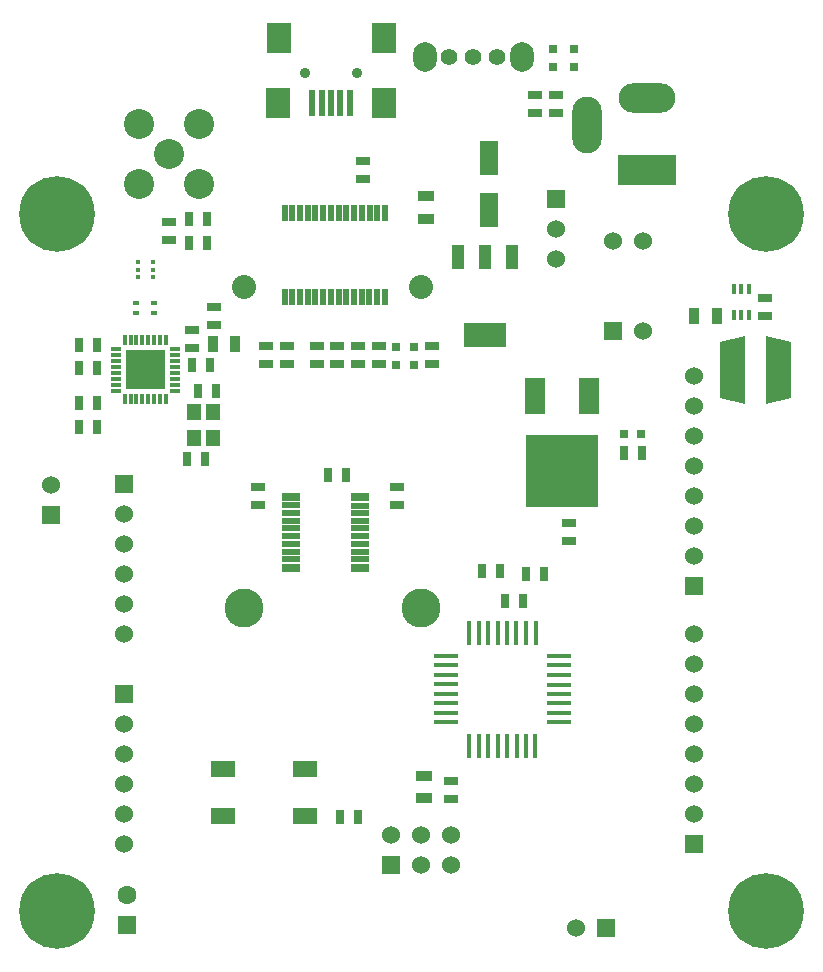
<source format=gts>
G04 (created by PCBNEW (2013-07-07 BZR 4022)-stable) date Tue 13 Aug 2013 12:07:26 PM NZST*
%MOIN*%
G04 Gerber Fmt 3.4, Leading zero omitted, Abs format*
%FSLAX34Y34*%
G01*
G70*
G90*
G04 APERTURE LIST*
%ADD10C,0.00590551*%
%ADD11C,0.0354*%
%ADD12R,0.0787X0.0984*%
%ADD13R,0.0197X0.0906*%
%ADD14C,0.252*%
%ADD15R,0.0177X0.0787*%
%ADD16R,0.0787X0.0177*%
%ADD17R,0.06X0.06*%
%ADD18C,0.06*%
%ADD19R,0.144X0.08*%
%ADD20R,0.04X0.08*%
%ADD21R,0.035X0.055*%
%ADD22R,0.055X0.035*%
%ADD23R,0.045X0.025*%
%ADD24R,0.025X0.045*%
%ADD25R,0.0236X0.0157*%
%ADD26R,0.0314X0.0314*%
%ADD27R,0.063X0.1181*%
%ADD28R,0.0787402X0.0551181*%
%ADD29R,0.0472441X0.0551181*%
%ADD30R,0.065X0.12*%
%ADD31R,0.24X0.24*%
%ADD32C,0.1*%
%ADD33R,0.0629921X0.0629921*%
%ADD34C,0.0629921*%
%ADD35O,0.189X0.0984252*%
%ADD36R,0.19685X0.0984252*%
%ADD37O,0.0984252X0.189*%
%ADD38C,0.0551181*%
%ADD39O,0.0787402X0.0984252*%
%ADD40R,0.015748X0.011811*%
%ADD41R,0.0137795X0.0334646*%
%ADD42R,0.023874X0.057874*%
%ADD43R,0.0610236X0.023622*%
%ADD44R,0.0610236X0.0314961*%
%ADD45C,0.08*%
%ADD46C,0.13*%
%ADD47R,0.037874X0.017874*%
%ADD48R,0.017874X0.037874*%
%ADD49R,0.0708661X0.0708661*%
G04 APERTURE END LIST*
G54D10*
G54D11*
X29634Y-21800D03*
X31366Y-21800D03*
G54D12*
X28768Y-20619D03*
X32252Y-20619D03*
X28748Y-22784D03*
X32252Y-22784D03*
G54D13*
X30500Y-22784D03*
X30815Y-22784D03*
X31130Y-22784D03*
X30185Y-22784D03*
X29870Y-22784D03*
G54D14*
X21380Y-26500D03*
X21380Y-49730D03*
X45000Y-26500D03*
X45000Y-49730D03*
G54D15*
X37313Y-44218D03*
X36998Y-44218D03*
X36683Y-44218D03*
X36368Y-44218D03*
X36053Y-44218D03*
X35738Y-44218D03*
X35423Y-44218D03*
X35108Y-44218D03*
X35110Y-40452D03*
X37320Y-40452D03*
X37000Y-40452D03*
X36680Y-40452D03*
X36370Y-40452D03*
X36050Y-40452D03*
X35740Y-40452D03*
X35420Y-40452D03*
G54D16*
X34320Y-43434D03*
X34320Y-43120D03*
X34320Y-42804D03*
X34320Y-42490D03*
X34320Y-42174D03*
X34320Y-41860D03*
X34320Y-41544D03*
X34320Y-41230D03*
X38100Y-43432D03*
X38100Y-43122D03*
X38100Y-42802D03*
X38100Y-42492D03*
X38100Y-42182D03*
X38100Y-41862D03*
X38100Y-41542D03*
X38100Y-41222D03*
G54D17*
X39900Y-30400D03*
G54D18*
X40900Y-30400D03*
X40900Y-27400D03*
X39900Y-27400D03*
G54D19*
X35629Y-30532D03*
G54D20*
X35629Y-27932D03*
X34729Y-27932D03*
X36529Y-27932D03*
G54D21*
X27304Y-30826D03*
X26554Y-30826D03*
G54D22*
X33600Y-45225D03*
X33600Y-45975D03*
X33661Y-26654D03*
X33661Y-25904D03*
G54D23*
X34500Y-45400D03*
X34500Y-46000D03*
G54D24*
X22101Y-31614D03*
X22701Y-31614D03*
X25881Y-31535D03*
X26481Y-31535D03*
G54D23*
X25866Y-30969D03*
X25866Y-30369D03*
G54D24*
X25685Y-34660D03*
X26285Y-34660D03*
X26060Y-32380D03*
X26660Y-32380D03*
X25782Y-27460D03*
X26382Y-27460D03*
X22101Y-32795D03*
X22701Y-32795D03*
G54D23*
X29035Y-30900D03*
X29035Y-31500D03*
X31574Y-25339D03*
X31574Y-24739D03*
X30019Y-30900D03*
X30019Y-31500D03*
X28070Y-36205D03*
X28070Y-35605D03*
G54D24*
X31008Y-35196D03*
X30408Y-35196D03*
X36914Y-39409D03*
X36314Y-39409D03*
G54D23*
X31397Y-31500D03*
X31397Y-30900D03*
X25098Y-27366D03*
X25098Y-26766D03*
G54D24*
X22101Y-30866D03*
X22701Y-30866D03*
X22101Y-33582D03*
X22701Y-33582D03*
G54D23*
X32086Y-31500D03*
X32086Y-30900D03*
X33858Y-31500D03*
X33858Y-30900D03*
G54D24*
X30800Y-46600D03*
X31400Y-46600D03*
G54D23*
X32716Y-36205D03*
X32716Y-35605D03*
X37303Y-23134D03*
X37303Y-22534D03*
X37992Y-23134D03*
X37992Y-22534D03*
X38425Y-37386D03*
X38425Y-36786D03*
G54D24*
X35526Y-38385D03*
X36126Y-38385D03*
G54D23*
X30708Y-31500D03*
X30708Y-30900D03*
X28346Y-31500D03*
X28346Y-30900D03*
G54D24*
X40251Y-34448D03*
X40851Y-34448D03*
X36983Y-38503D03*
X37583Y-38503D03*
G54D25*
X24015Y-29802D03*
X24015Y-29448D03*
X24606Y-29802D03*
X24606Y-29448D03*
G54D17*
X42600Y-47500D03*
G54D18*
X42600Y-46500D03*
X42600Y-45500D03*
X42600Y-44500D03*
X42600Y-43500D03*
X42600Y-42500D03*
X42600Y-41500D03*
X42600Y-40500D03*
G54D17*
X42600Y-38900D03*
G54D18*
X42600Y-37900D03*
X42600Y-36900D03*
X42600Y-35900D03*
X42600Y-34900D03*
X42600Y-33900D03*
X42600Y-32900D03*
X42600Y-31900D03*
G54D17*
X32500Y-48200D03*
G54D18*
X32500Y-47200D03*
X33500Y-48200D03*
X33500Y-47200D03*
X34500Y-48200D03*
X34500Y-47200D03*
G54D17*
X38000Y-26000D03*
G54D18*
X38000Y-27000D03*
X38000Y-28000D03*
G54D17*
X21161Y-36523D03*
G54D18*
X21161Y-35523D03*
G54D17*
X39673Y-50295D03*
G54D18*
X38673Y-50295D03*
G54D17*
X23600Y-42500D03*
G54D18*
X23600Y-43500D03*
X23600Y-44500D03*
X23600Y-45500D03*
X23600Y-46500D03*
X23600Y-47500D03*
G54D17*
X23600Y-35500D03*
G54D18*
X23600Y-36500D03*
X23600Y-37500D03*
X23600Y-38500D03*
X23600Y-39500D03*
X23600Y-40500D03*
G54D26*
X37900Y-21595D03*
X37900Y-21005D03*
X40846Y-33818D03*
X40256Y-33818D03*
X32677Y-30925D03*
X32677Y-31515D03*
X38600Y-21595D03*
X38600Y-21005D03*
X33267Y-30925D03*
X33267Y-31515D03*
G54D27*
X35750Y-24634D03*
X35750Y-26366D03*
G54D28*
X29645Y-46574D03*
X29645Y-45000D03*
X26889Y-45000D03*
X26889Y-46574D03*
G54D24*
X25782Y-26673D03*
X26382Y-26673D03*
G54D29*
X25925Y-33096D03*
X25925Y-33963D03*
X26554Y-33096D03*
X26554Y-33963D03*
G54D30*
X39088Y-32578D03*
G54D31*
X38188Y-35078D03*
G54D30*
X37288Y-32578D03*
G54D32*
X25100Y-24500D03*
X26100Y-23500D03*
X24100Y-23500D03*
X24100Y-25500D03*
X26100Y-25500D03*
G54D33*
X23700Y-50192D03*
G54D34*
X23700Y-49207D03*
G54D35*
X41043Y-22637D03*
G54D36*
X41043Y-25037D03*
G54D37*
X39043Y-23537D03*
G54D38*
X35236Y-21259D03*
X36023Y-21259D03*
X34448Y-21259D03*
G54D39*
X33622Y-21259D03*
X36850Y-21259D03*
G54D40*
X24557Y-28602D03*
X24557Y-28346D03*
X24557Y-28090D03*
X24064Y-28602D03*
X24064Y-28346D03*
X24064Y-28090D03*
G54D41*
X44428Y-28982D03*
X44173Y-28982D03*
X43917Y-28982D03*
X43917Y-29849D03*
X44173Y-29849D03*
X44428Y-29849D03*
G54D21*
X43366Y-29908D03*
X42616Y-29908D03*
G54D23*
X44960Y-29293D03*
X44960Y-29893D03*
G54D42*
X28960Y-29254D03*
X29210Y-29254D03*
X29470Y-29254D03*
X29730Y-29254D03*
X29980Y-29254D03*
X30240Y-29254D03*
X30500Y-29254D03*
X30750Y-29254D03*
X31010Y-29254D03*
X31260Y-29254D03*
X31520Y-29254D03*
X31780Y-29254D03*
X32030Y-29254D03*
X32290Y-29254D03*
X32290Y-26454D03*
X32030Y-26454D03*
X31790Y-26454D03*
X31520Y-26454D03*
X31260Y-26454D03*
X31010Y-26454D03*
X30750Y-26454D03*
X30500Y-26454D03*
X30240Y-26454D03*
X29980Y-26454D03*
X29730Y-26454D03*
X29470Y-26454D03*
X29210Y-26454D03*
X28960Y-26454D03*
G54D43*
X29161Y-36978D03*
X29161Y-37234D03*
X29161Y-37490D03*
X29161Y-37746D03*
X31468Y-36214D03*
X29161Y-36210D03*
X29161Y-36466D03*
X29161Y-36722D03*
X31468Y-38001D03*
X31468Y-37746D03*
X31468Y-37490D03*
X31468Y-37234D03*
X31468Y-36978D03*
X31468Y-36722D03*
X29161Y-38001D03*
X31468Y-36466D03*
G54D44*
X29161Y-35915D03*
X29161Y-38297D03*
X31468Y-38297D03*
X31468Y-35915D03*
G54D45*
X33505Y-28918D03*
X27605Y-28918D03*
G54D46*
X33505Y-39618D03*
X27605Y-39618D03*
G54D47*
X25295Y-31200D03*
X25295Y-31397D03*
X25295Y-31594D03*
X25295Y-31003D03*
G54D48*
X25000Y-30708D03*
X24803Y-30708D03*
X24606Y-30708D03*
X24409Y-30708D03*
X24213Y-30708D03*
X24016Y-30708D03*
X23819Y-30708D03*
X23622Y-30708D03*
G54D47*
X23327Y-32381D03*
X23327Y-31003D03*
X23327Y-31200D03*
X23327Y-31397D03*
X23327Y-31594D03*
X23327Y-31790D03*
X23327Y-31987D03*
X23327Y-32184D03*
G54D48*
X23622Y-32676D03*
X23819Y-32676D03*
X24016Y-32676D03*
X24213Y-32676D03*
X24409Y-32676D03*
X24606Y-32676D03*
X24803Y-32676D03*
X25000Y-32676D03*
G54D47*
X25295Y-32381D03*
X25295Y-32184D03*
X25295Y-31987D03*
X25295Y-31790D03*
G54D49*
X24625Y-31377D03*
X24625Y-32007D03*
X23996Y-31377D03*
X23996Y-32007D03*
G54D23*
X26600Y-30200D03*
X26600Y-29600D03*
G54D10*
G36*
X44994Y-32831D02*
X44994Y-30568D01*
X45840Y-30764D01*
X45840Y-32635D01*
X44994Y-32831D01*
X44994Y-32831D01*
G37*
G36*
X43459Y-32635D02*
X43459Y-30764D01*
X44305Y-30568D01*
X44305Y-32831D01*
X43459Y-32635D01*
X43459Y-32635D01*
G37*
M02*

</source>
